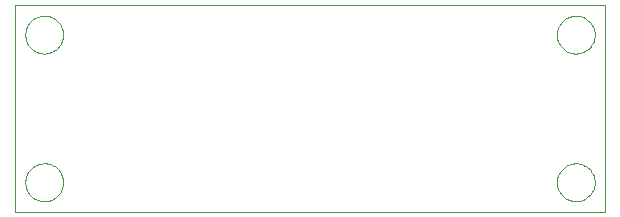
<source format=gm1>
G75*
G70*
%OFA0B0*%
%FSLAX24Y24*%
%IPPOS*%
%LPD*%
%AMOC8*
5,1,8,0,0,1.08239X$1,22.5*
%
%ADD10C,0.0000*%
D10*
X000180Y000180D02*
X000180Y007070D01*
X019865Y007070D01*
X019865Y000180D01*
X000180Y000180D01*
X000534Y001164D02*
X000536Y001214D01*
X000542Y001264D01*
X000552Y001313D01*
X000566Y001361D01*
X000583Y001408D01*
X000604Y001453D01*
X000629Y001497D01*
X000657Y001538D01*
X000689Y001577D01*
X000723Y001614D01*
X000760Y001648D01*
X000800Y001678D01*
X000842Y001705D01*
X000886Y001729D01*
X000932Y001750D01*
X000979Y001766D01*
X001027Y001779D01*
X001077Y001788D01*
X001126Y001793D01*
X001177Y001794D01*
X001227Y001791D01*
X001276Y001784D01*
X001325Y001773D01*
X001373Y001758D01*
X001419Y001740D01*
X001464Y001718D01*
X001507Y001692D01*
X001548Y001663D01*
X001587Y001631D01*
X001623Y001596D01*
X001655Y001558D01*
X001685Y001518D01*
X001712Y001475D01*
X001735Y001431D01*
X001754Y001385D01*
X001770Y001337D01*
X001782Y001288D01*
X001790Y001239D01*
X001794Y001189D01*
X001794Y001139D01*
X001790Y001089D01*
X001782Y001040D01*
X001770Y000991D01*
X001754Y000943D01*
X001735Y000897D01*
X001712Y000853D01*
X001685Y000810D01*
X001655Y000770D01*
X001623Y000732D01*
X001587Y000697D01*
X001548Y000665D01*
X001507Y000636D01*
X001464Y000610D01*
X001419Y000588D01*
X001373Y000570D01*
X001325Y000555D01*
X001276Y000544D01*
X001227Y000537D01*
X001177Y000534D01*
X001126Y000535D01*
X001077Y000540D01*
X001027Y000549D01*
X000979Y000562D01*
X000932Y000578D01*
X000886Y000599D01*
X000842Y000623D01*
X000800Y000650D01*
X000760Y000680D01*
X000723Y000714D01*
X000689Y000751D01*
X000657Y000790D01*
X000629Y000831D01*
X000604Y000875D01*
X000583Y000920D01*
X000566Y000967D01*
X000552Y001015D01*
X000542Y001064D01*
X000536Y001114D01*
X000534Y001164D01*
X000534Y006086D02*
X000536Y006136D01*
X000542Y006186D01*
X000552Y006235D01*
X000566Y006283D01*
X000583Y006330D01*
X000604Y006375D01*
X000629Y006419D01*
X000657Y006460D01*
X000689Y006499D01*
X000723Y006536D01*
X000760Y006570D01*
X000800Y006600D01*
X000842Y006627D01*
X000886Y006651D01*
X000932Y006672D01*
X000979Y006688D01*
X001027Y006701D01*
X001077Y006710D01*
X001126Y006715D01*
X001177Y006716D01*
X001227Y006713D01*
X001276Y006706D01*
X001325Y006695D01*
X001373Y006680D01*
X001419Y006662D01*
X001464Y006640D01*
X001507Y006614D01*
X001548Y006585D01*
X001587Y006553D01*
X001623Y006518D01*
X001655Y006480D01*
X001685Y006440D01*
X001712Y006397D01*
X001735Y006353D01*
X001754Y006307D01*
X001770Y006259D01*
X001782Y006210D01*
X001790Y006161D01*
X001794Y006111D01*
X001794Y006061D01*
X001790Y006011D01*
X001782Y005962D01*
X001770Y005913D01*
X001754Y005865D01*
X001735Y005819D01*
X001712Y005775D01*
X001685Y005732D01*
X001655Y005692D01*
X001623Y005654D01*
X001587Y005619D01*
X001548Y005587D01*
X001507Y005558D01*
X001464Y005532D01*
X001419Y005510D01*
X001373Y005492D01*
X001325Y005477D01*
X001276Y005466D01*
X001227Y005459D01*
X001177Y005456D01*
X001126Y005457D01*
X001077Y005462D01*
X001027Y005471D01*
X000979Y005484D01*
X000932Y005500D01*
X000886Y005521D01*
X000842Y005545D01*
X000800Y005572D01*
X000760Y005602D01*
X000723Y005636D01*
X000689Y005673D01*
X000657Y005712D01*
X000629Y005753D01*
X000604Y005797D01*
X000583Y005842D01*
X000566Y005889D01*
X000552Y005937D01*
X000542Y005986D01*
X000536Y006036D01*
X000534Y006086D01*
X018251Y006086D02*
X018253Y006136D01*
X018259Y006186D01*
X018269Y006235D01*
X018283Y006283D01*
X018300Y006330D01*
X018321Y006375D01*
X018346Y006419D01*
X018374Y006460D01*
X018406Y006499D01*
X018440Y006536D01*
X018477Y006570D01*
X018517Y006600D01*
X018559Y006627D01*
X018603Y006651D01*
X018649Y006672D01*
X018696Y006688D01*
X018744Y006701D01*
X018794Y006710D01*
X018843Y006715D01*
X018894Y006716D01*
X018944Y006713D01*
X018993Y006706D01*
X019042Y006695D01*
X019090Y006680D01*
X019136Y006662D01*
X019181Y006640D01*
X019224Y006614D01*
X019265Y006585D01*
X019304Y006553D01*
X019340Y006518D01*
X019372Y006480D01*
X019402Y006440D01*
X019429Y006397D01*
X019452Y006353D01*
X019471Y006307D01*
X019487Y006259D01*
X019499Y006210D01*
X019507Y006161D01*
X019511Y006111D01*
X019511Y006061D01*
X019507Y006011D01*
X019499Y005962D01*
X019487Y005913D01*
X019471Y005865D01*
X019452Y005819D01*
X019429Y005775D01*
X019402Y005732D01*
X019372Y005692D01*
X019340Y005654D01*
X019304Y005619D01*
X019265Y005587D01*
X019224Y005558D01*
X019181Y005532D01*
X019136Y005510D01*
X019090Y005492D01*
X019042Y005477D01*
X018993Y005466D01*
X018944Y005459D01*
X018894Y005456D01*
X018843Y005457D01*
X018794Y005462D01*
X018744Y005471D01*
X018696Y005484D01*
X018649Y005500D01*
X018603Y005521D01*
X018559Y005545D01*
X018517Y005572D01*
X018477Y005602D01*
X018440Y005636D01*
X018406Y005673D01*
X018374Y005712D01*
X018346Y005753D01*
X018321Y005797D01*
X018300Y005842D01*
X018283Y005889D01*
X018269Y005937D01*
X018259Y005986D01*
X018253Y006036D01*
X018251Y006086D01*
X018251Y001164D02*
X018253Y001214D01*
X018259Y001264D01*
X018269Y001313D01*
X018283Y001361D01*
X018300Y001408D01*
X018321Y001453D01*
X018346Y001497D01*
X018374Y001538D01*
X018406Y001577D01*
X018440Y001614D01*
X018477Y001648D01*
X018517Y001678D01*
X018559Y001705D01*
X018603Y001729D01*
X018649Y001750D01*
X018696Y001766D01*
X018744Y001779D01*
X018794Y001788D01*
X018843Y001793D01*
X018894Y001794D01*
X018944Y001791D01*
X018993Y001784D01*
X019042Y001773D01*
X019090Y001758D01*
X019136Y001740D01*
X019181Y001718D01*
X019224Y001692D01*
X019265Y001663D01*
X019304Y001631D01*
X019340Y001596D01*
X019372Y001558D01*
X019402Y001518D01*
X019429Y001475D01*
X019452Y001431D01*
X019471Y001385D01*
X019487Y001337D01*
X019499Y001288D01*
X019507Y001239D01*
X019511Y001189D01*
X019511Y001139D01*
X019507Y001089D01*
X019499Y001040D01*
X019487Y000991D01*
X019471Y000943D01*
X019452Y000897D01*
X019429Y000853D01*
X019402Y000810D01*
X019372Y000770D01*
X019340Y000732D01*
X019304Y000697D01*
X019265Y000665D01*
X019224Y000636D01*
X019181Y000610D01*
X019136Y000588D01*
X019090Y000570D01*
X019042Y000555D01*
X018993Y000544D01*
X018944Y000537D01*
X018894Y000534D01*
X018843Y000535D01*
X018794Y000540D01*
X018744Y000549D01*
X018696Y000562D01*
X018649Y000578D01*
X018603Y000599D01*
X018559Y000623D01*
X018517Y000650D01*
X018477Y000680D01*
X018440Y000714D01*
X018406Y000751D01*
X018374Y000790D01*
X018346Y000831D01*
X018321Y000875D01*
X018300Y000920D01*
X018283Y000967D01*
X018269Y001015D01*
X018259Y001064D01*
X018253Y001114D01*
X018251Y001164D01*
M02*

</source>
